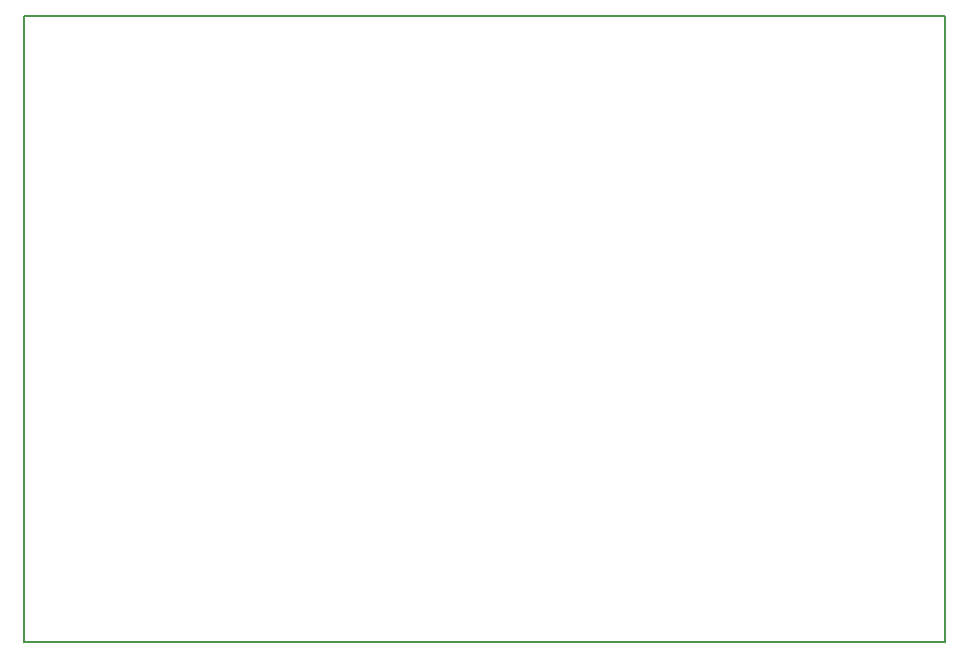
<source format=gm1>
G04 #@! TF.GenerationSoftware,KiCad,Pcbnew,5.0.2-bee76a0~70~ubuntu18.04.1*
G04 #@! TF.CreationDate,2018-12-12T07:55:55+01:00*
G04 #@! TF.ProjectId,esp32-arduino,65737033-322d-4617-9264-75696e6f2e6b,1.0*
G04 #@! TF.SameCoordinates,Original*
G04 #@! TF.FileFunction,Profile,NP*
%FSLAX46Y46*%
G04 Gerber Fmt 4.6, Leading zero omitted, Abs format (unit mm)*
G04 Created by KiCad (PCBNEW 5.0.2-bee76a0~70~ubuntu18.04.1) date Mi 12 Dez 2018 07:55:55 CET*
%MOMM*%
%LPD*%
G01*
G04 APERTURE LIST*
%ADD10C,0.150000*%
G04 APERTURE END LIST*
D10*
X123000000Y-130000000D02*
X123000000Y-77000000D01*
X45000000Y-77000000D02*
X45000000Y-130000000D01*
X123000000Y-77000000D02*
X45000000Y-77000000D01*
X45000000Y-130000000D02*
X123000000Y-130000000D01*
M02*

</source>
